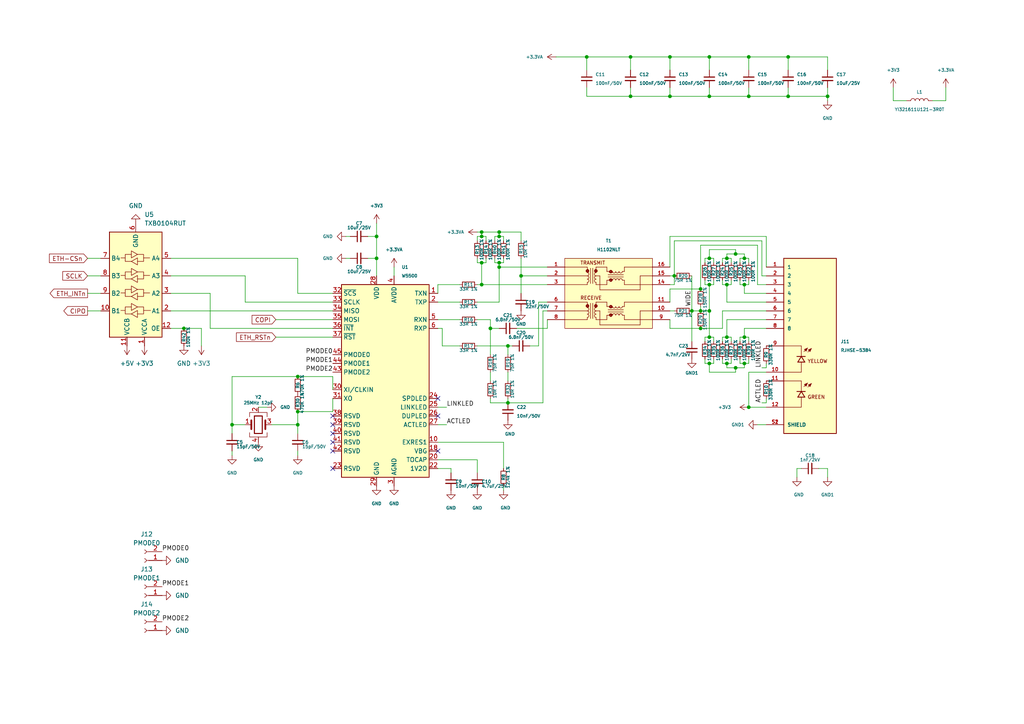
<source format=kicad_sch>
(kicad_sch (version 20230121) (generator eeschema)
  (paper "A4")
  (junction (at 67.31 123.19))
  (junction (at 215.9 74.93))
  (junction (at 210.82 82.55))
  (junction (at 205.74 16.51))
  (junction (at 213.36 73.66))
  (junction (at 147.32 100.33))
  (junction (at 86.36 119.38))
  (junction (at 194.31 27.94))
  (junction (at 240.03 27.94))
  (junction (at 213.36 106.68))
  (junction (at 144.78 68.58))
  (junction (at 144.78 77.47))
  (junction (at 151.13 80.01))
  (junction (at 147.32 116.84))
  (junction (at 86.36 123.19))
  (junction (at 195.58 80.01))
  (junction (at 228.6 27.94))
  (junction (at 215.9 105.41))
  (junction (at 210.82 105.41))
  (junction (at 203.2 83.82))
  (junction (at 109.22 68.58))
  (junction (at 205.74 82.55))
  (junction (at 205.74 105.41))
  (junction (at 217.17 118.11))
  (junction (at 205.74 90.17))
  (junction (at 217.17 27.94))
  (junction (at 228.6 16.51))
  (junction (at 203.2 90.17))
  (junction (at 182.88 16.51))
  (junction (at 182.88 27.94))
  (junction (at 203.2 95.25))
  (junction (at 210.82 97.79))
  (junction (at 139.7 82.55))
  (junction (at 215.9 97.79))
  (junction (at 139.7 68.58))
  (junction (at 139.7 76.2))
  (junction (at 210.82 74.93))
  (junction (at 217.17 16.51))
  (junction (at 205.74 27.94))
  (junction (at 194.31 16.51))
  (junction (at 144.78 76.2))
  (junction (at 215.9 82.55))
  (junction (at 144.78 67.31))
  (junction (at 170.18 16.51))
  (junction (at 205.74 97.79))
  (junction (at 142.24 95.25))
  (junction (at 205.74 74.93))
  (junction (at 200.66 90.17))
  (junction (at 53.34 95.25))
  (junction (at 109.22 74.93))
  (junction (at 86.36 109.22))
  (junction (at 139.7 67.31))
  (no_connect (at 127 130.81))
  (no_connect (at 96.52 125.73))
  (no_connect (at 127 120.65))
  (no_connect (at 96.52 123.19))
  (no_connect (at 96.52 128.27))
  (no_connect (at 127 115.57))
  (no_connect (at 96.52 120.65))
  (no_connect (at 96.52 130.81))
  (no_connect (at 96.52 135.89))
  (wire (pts (xy 143.51 76.2) (xy 144.78 76.2)))
  (wire (pts (xy 156.21 100.33) (xy 156.21 87.63)))
  (wire (pts (xy 215.9 74.93) (xy 217.17 74.93)))
  (wire (pts (xy 214.63 105.41) (xy 215.9 105.41)))
  (wire (pts (xy 127 92.71) (xy 133.35 92.71)))
  (wire (pts (xy 96.52 113.03) (xy 96.52 109.22)))
  (wire (pts (xy 214.63 104.14) (xy 214.63 105.41)))
  (wire (pts (xy 213.36 106.68) (xy 213.36 107.95)))
  (wire (pts (xy 158.75 90.17) (xy 157.48 90.17)))
  (wire (pts (xy 215.9 85.09) (xy 215.9 82.55)))
  (wire (pts (xy 205.74 25.4) (xy 205.74 27.94)))
  (wire (pts (xy 140.97 68.58) (xy 140.97 69.85)))
  (wire (pts (xy 204.47 81.28) (xy 204.47 82.55)))
  (wire (pts (xy 143.51 74.93) (xy 143.51 76.2)))
  (wire (pts (xy 205.74 107.95) (xy 205.74 105.41)))
  (wire (pts (xy 106.68 74.93) (xy 109.22 74.93)))
  (wire (pts (xy 194.31 27.94) (xy 205.74 27.94)))
  (wire (pts (xy 127 95.25) (xy 128.27 95.25)))
  (wire (pts (xy 139.7 76.2) (xy 139.7 82.55)))
  (wire (pts (xy 212.09 97.79) (xy 212.09 99.06)))
  (wire (pts (xy 100.33 74.93) (xy 101.6 74.93)))
  (wire (pts (xy 205.74 97.79) (xy 207.01 97.79)))
  (wire (pts (xy 217.17 16.51) (xy 217.17 20.32)))
  (wire (pts (xy 194.31 90.17) (xy 195.58 90.17)))
  (wire (pts (xy 214.63 76.2) (xy 214.63 74.93)))
  (wire (pts (xy 215.9 73.66) (xy 213.36 73.66)))
  (wire (pts (xy 151.13 80.01) (xy 158.75 80.01)))
  (wire (pts (xy 138.43 68.58) (xy 139.7 68.58)))
  (wire (pts (xy 80.01 92.71) (xy 96.52 92.71)))
  (wire (pts (xy 25.4 90.17) (xy 29.21 90.17)))
  (wire (pts (xy 210.82 74.93) (xy 212.09 74.93)))
  (wire (pts (xy 217.17 74.93) (xy 217.17 76.2)))
  (wire (pts (xy 209.55 99.06) (xy 209.55 97.79)))
  (wire (pts (xy 204.47 99.06) (xy 204.47 97.79)))
  (wire (pts (xy 144.78 87.63) (xy 144.78 77.47)))
  (wire (pts (xy 217.17 105.41) (xy 217.17 104.14)))
  (wire (pts (xy 274.32 25.4) (xy 274.32 29.21)))
  (wire (pts (xy 209.55 74.93) (xy 210.82 74.93)))
  (wire (pts (xy 147.32 100.33) (xy 148.59 100.33)))
  (wire (pts (xy 222.25 116.84) (xy 222.25 115.57)))
  (wire (pts (xy 147.32 116.84) (xy 142.24 116.84)))
  (wire (pts (xy 213.36 73.66) (xy 210.82 73.66)))
  (wire (pts (xy 138.43 87.63) (xy 144.78 87.63)))
  (wire (pts (xy 138.43 92.71) (xy 142.24 92.71)))
  (wire (pts (xy 237.49 135.89) (xy 240.03 135.89)))
  (wire (pts (xy 205.74 72.39) (xy 205.74 74.93)))
  (wire (pts (xy 86.36 74.93) (xy 86.36 85.09)))
  (wire (pts (xy 200.66 90.17) (xy 200.66 99.06)))
  (wire (pts (xy 228.6 25.4) (xy 228.6 27.94)))
  (wire (pts (xy 58.42 100.33) (xy 58.42 95.25)))
  (wire (pts (xy 203.2 88.9) (xy 203.2 90.17)))
  (wire (pts (xy 158.75 95.25) (xy 158.75 92.71)))
  (wire (pts (xy 203.2 90.17) (xy 205.74 90.17)))
  (wire (pts (xy 210.82 92.71) (xy 210.82 97.79)))
  (wire (pts (xy 222.25 92.71) (xy 210.82 92.71)))
  (wire (pts (xy 215.9 85.09) (xy 222.25 85.09)))
  (wire (pts (xy 222.25 87.63) (xy 210.82 87.63)))
  (wire (pts (xy 222.25 68.58) (xy 194.31 68.58)))
  (wire (pts (xy 140.97 76.2) (xy 140.97 74.93)))
  (wire (pts (xy 231.14 135.89) (xy 232.41 135.89)))
  (wire (pts (xy 142.24 95.25) (xy 144.78 95.25)))
  (wire (pts (xy 209.55 105.41) (xy 210.82 105.41)))
  (wire (pts (xy 67.31 130.81) (xy 67.31 132.08)))
  (wire (pts (xy 139.7 76.2) (xy 140.97 76.2)))
  (wire (pts (xy 194.31 92.71) (xy 194.31 95.25)))
  (wire (pts (xy 80.01 97.79) (xy 96.52 97.79)))
  (wire (pts (xy 138.43 133.35) (xy 138.43 137.16)))
  (wire (pts (xy 96.52 109.22) (xy 86.36 109.22)))
  (wire (pts (xy 151.13 74.93) (xy 151.13 80.01)))
  (wire (pts (xy 146.05 68.58) (xy 146.05 69.85)))
  (wire (pts (xy 127 133.35) (xy 138.43 133.35)))
  (wire (pts (xy 220.98 106.68) (xy 222.25 106.68)))
  (wire (pts (xy 130.81 135.89) (xy 130.81 137.16)))
  (wire (pts (xy 217.17 107.95) (xy 222.25 107.95)))
  (wire (pts (xy 170.18 16.51) (xy 182.88 16.51)))
  (wire (pts (xy 170.18 27.94) (xy 182.88 27.94)))
  (wire (pts (xy 139.7 82.55) (xy 158.75 82.55)))
  (wire (pts (xy 213.36 72.39) (xy 205.74 72.39)))
  (wire (pts (xy 71.12 80.01) (xy 49.53 80.01)))
  (wire (pts (xy 205.74 82.55) (xy 207.01 82.55)))
  (wire (pts (xy 49.53 74.93) (xy 86.36 74.93)))
  (wire (pts (xy 200.66 90.17) (xy 203.2 90.17)))
  (wire (pts (xy 209.55 81.28) (xy 209.55 82.55)))
  (wire (pts (xy 194.31 82.55) (xy 195.58 82.55)))
  (wire (pts (xy 212.09 82.55) (xy 212.09 81.28)))
  (wire (pts (xy 203.2 71.12) (xy 219.71 71.12)))
  (wire (pts (xy 143.51 68.58) (xy 144.78 68.58)))
  (wire (pts (xy 49.53 95.25) (xy 53.34 95.25)))
  (wire (pts (xy 219.71 82.55) (xy 222.25 82.55)))
  (wire (pts (xy 200.66 80.01) (xy 200.66 90.17)))
  (wire (pts (xy 144.78 76.2) (xy 146.05 76.2)))
  (wire (pts (xy 67.31 123.19) (xy 67.31 125.73)))
  (wire (pts (xy 217.17 16.51) (xy 228.6 16.51)))
  (wire (pts (xy 127 118.11) (xy 129.54 118.11)))
  (wire (pts (xy 77.47 118.11) (xy 74.93 118.11)))
  (wire (pts (xy 109.22 64.77) (xy 109.22 68.58)))
  (wire (pts (xy 142.24 116.84) (xy 142.24 115.57)))
  (wire (pts (xy 146.05 76.2) (xy 146.05 74.93)))
  (wire (pts (xy 217.17 25.4) (xy 217.17 27.94)))
  (wire (pts (xy 203.2 95.25) (xy 209.55 95.25)))
  (wire (pts (xy 210.82 106.68) (xy 210.82 105.41)))
  (wire (pts (xy 222.25 90.17) (xy 209.55 90.17)))
  (wire (pts (xy 219.71 71.12) (xy 219.71 82.55)))
  (wire (pts (xy 109.22 74.93) (xy 109.22 80.01)))
  (wire (pts (xy 146.05 128.27) (xy 127 128.27)))
  (wire (pts (xy 151.13 80.01) (xy 151.13 85.09)))
  (wire (pts (xy 96.52 119.38) (xy 96.52 115.57)))
  (wire (pts (xy 100.33 68.58) (xy 101.6 68.58)))
  (wire (pts (xy 207.01 82.55) (xy 207.01 81.28)))
  (wire (pts (xy 204.47 105.41) (xy 205.74 105.41)))
  (wire (pts (xy 210.82 105.41) (xy 212.09 105.41)))
  (wire (pts (xy 214.63 82.55) (xy 215.9 82.55)))
  (wire (pts (xy 127 123.19) (xy 129.54 123.19)))
  (wire (pts (xy 138.43 100.33) (xy 147.32 100.33)))
  (wire (pts (xy 67.31 109.22) (xy 86.36 109.22)))
  (wire (pts (xy 71.12 87.63) (xy 71.12 80.01)))
  (wire (pts (xy 222.25 95.25) (xy 215.9 95.25)))
  (wire (pts (xy 215.9 82.55) (xy 217.17 82.55)))
  (wire (pts (xy 78.74 123.19) (xy 86.36 123.19)))
  (wire (pts (xy 147.32 116.84) (xy 157.48 116.84)))
  (wire (pts (xy 214.63 97.79) (xy 215.9 97.79)))
  (wire (pts (xy 259.08 29.21) (xy 262.89 29.21)))
  (wire (pts (xy 204.47 74.93) (xy 205.74 74.93)))
  (wire (pts (xy 144.78 67.31) (xy 144.78 68.58)))
  (wire (pts (xy 182.88 16.51) (xy 182.88 20.32)))
  (wire (pts (xy 170.18 16.51) (xy 170.18 20.32)))
  (wire (pts (xy 195.58 80.01) (xy 195.58 69.85)))
  (wire (pts (xy 209.55 104.14) (xy 209.55 105.41)))
  (wire (pts (xy 139.7 67.31) (xy 144.78 67.31)))
  (wire (pts (xy 228.6 16.51) (xy 240.03 16.51)))
  (wire (pts (xy 210.82 87.63) (xy 210.82 82.55)))
  (wire (pts (xy 215.9 95.25) (xy 215.9 97.79)))
  (wire (pts (xy 60.96 85.09) (xy 49.53 85.09)))
  (wire (pts (xy 138.43 69.85) (xy 138.43 68.58)))
  (wire (pts (xy 207.01 97.79) (xy 207.01 99.06)))
  (wire (pts (xy 205.74 27.94) (xy 217.17 27.94)))
  (wire (pts (xy 194.31 16.51) (xy 194.31 20.32)))
  (wire (pts (xy 228.6 27.94) (xy 240.03 27.94)))
  (wire (pts (xy 25.4 74.93) (xy 29.21 74.93)))
  (wire (pts (xy 214.63 81.28) (xy 214.63 82.55)))
  (wire (pts (xy 274.32 29.21) (xy 270.51 29.21)))
  (wire (pts (xy 86.36 123.19) (xy 86.36 125.73)))
  (wire (pts (xy 153.67 100.33) (xy 156.21 100.33)))
  (wire (pts (xy 138.43 76.2) (xy 139.7 76.2)))
  (wire (pts (xy 214.63 74.93) (xy 215.9 74.93)))
  (wire (pts (xy 86.36 85.09) (xy 96.52 85.09)))
  (wire (pts (xy 127 82.55) (xy 133.35 82.55)))
  (wire (pts (xy 144.78 67.31) (xy 151.13 67.31)))
  (wire (pts (xy 204.47 76.2) (xy 204.47 74.93)))
  (wire (pts (xy 210.82 82.55) (xy 212.09 82.55)))
  (wire (pts (xy 67.31 109.22) (xy 67.31 123.19)))
  (wire (pts (xy 138.43 82.55) (xy 139.7 82.55)))
  (wire (pts (xy 49.53 90.17) (xy 96.52 90.17)))
  (wire (pts (xy 147.32 110.49) (xy 147.32 107.95)))
  (wire (pts (xy 213.36 107.95) (xy 205.74 107.95)))
  (wire (pts (xy 151.13 67.31) (xy 151.13 69.85)))
  (wire (pts (xy 194.31 80.01) (xy 195.58 80.01)))
  (wire (pts (xy 210.82 73.66) (xy 210.82 74.93)))
  (wire (pts (xy 220.98 80.01) (xy 222.25 80.01)))
  (wire (pts (xy 109.22 68.58) (xy 109.22 74.93)))
  (wire (pts (xy 142.24 110.49) (xy 142.24 107.95)))
  (wire (pts (xy 209.55 82.55) (xy 210.82 82.55)))
  (wire (pts (xy 146.05 128.27) (xy 146.05 135.89)))
  (wire (pts (xy 147.32 115.57) (xy 147.32 116.84)))
  (wire (pts (xy 207.01 105.41) (xy 207.01 104.14)))
  (wire (pts (xy 207.01 74.93) (xy 207.01 76.2)))
  (wire (pts (xy 71.12 87.63) (xy 96.52 87.63)))
  (wire (pts (xy 142.24 95.25) (xy 142.24 102.87)))
  (wire (pts (xy 149.86 95.25) (xy 158.75 95.25)))
  (wire (pts (xy 144.78 68.58) (xy 146.05 68.58)))
  (wire (pts (xy 128.27 95.25) (xy 128.27 100.33)))
  (wire (pts (xy 106.68 68.58) (xy 109.22 68.58)))
  (wire (pts (xy 67.31 123.19) (xy 71.12 123.19)))
  (wire (pts (xy 222.25 106.68) (xy 222.25 105.41)))
  (wire (pts (xy 204.47 97.79) (xy 205.74 97.79)))
  (wire (pts (xy 114.3 80.01) (xy 114.3 77.47)))
  (wire (pts (xy 203.2 83.82) (xy 203.2 71.12)))
  (wire (pts (xy 127 85.09) (xy 127 82.55)))
  (wire (pts (xy 240.03 135.89) (xy 240.03 138.43)))
  (wire (pts (xy 25.4 80.01) (xy 29.21 80.01)))
  (wire (pts (xy 215.9 106.68) (xy 213.36 106.68)))
  (wire (pts (xy 214.63 99.06) (xy 214.63 97.79)))
  (wire (pts (xy 147.32 100.33) (xy 147.32 102.87)))
  (wire (pts (xy 205.74 105.41) (xy 207.01 105.41)))
  (wire (pts (xy 205.74 90.17) (xy 205.74 97.79)))
  (wire (pts (xy 204.47 82.55) (xy 205.74 82.55)))
  (wire (pts (xy 204.47 104.14) (xy 204.47 105.41)))
  (wire (pts (xy 195.58 82.55) (xy 195.58 80.01)))
  (wire (pts (xy 86.36 123.19) (xy 86.36 119.38)))
  (wire (pts (xy 143.51 69.85) (xy 143.51 68.58)))
  (wire (pts (xy 215.9 97.79) (xy 217.17 97.79)))
  (wire (pts (xy 220.98 116.84) (xy 222.25 116.84)))
  (wire (pts (xy 240.03 27.94) (xy 240.03 29.21)))
  (wire (pts (xy 138.43 74.93) (xy 138.43 76.2)))
  (wire (pts (xy 205.74 82.55) (xy 205.74 90.17)))
  (wire (pts (xy 240.03 27.94) (xy 240.03 25.4)))
  (wire (pts (xy 86.36 119.38) (xy 96.52 119.38)))
  (wire (pts (xy 217.17 118.11) (xy 222.25 118.11)))
  (wire (pts (xy 138.43 67.31) (xy 139.7 67.31)))
  (wire (pts (xy 215.9 105.41) (xy 217.17 105.41)))
  (wire (pts (xy 127 135.89) (xy 130.81 135.89)))
  (wire (pts (xy 195.58 69.85) (xy 220.98 69.85)))
  (wire (pts (xy 139.7 68.58) (xy 140.97 68.58)))
  (wire (pts (xy 209.55 97.79) (xy 210.82 97.79)))
  (wire (pts (xy 194.31 95.25) (xy 203.2 95.25)))
  (wire (pts (xy 128.27 100.33) (xy 133.35 100.33)))
  (wire (pts (xy 259.08 25.4) (xy 259.08 29.21)))
  (wire (pts (xy 194.31 87.63) (xy 194.31 83.82)))
  (wire (pts (xy 215.9 105.41) (xy 215.9 106.68)))
  (wire (pts (xy 182.88 27.94) (xy 194.31 27.94)))
  (wire (pts (xy 25.4 85.09) (xy 29.21 85.09)))
  (wire (pts (xy 146.05 140.97) (xy 146.05 142.24)))
  (wire (pts (xy 58.42 95.25) (xy 53.34 95.25)))
  (wire (pts (xy 157.48 90.17) (xy 157.48 116.84)))
  (wire (pts (xy 142.24 92.71) (xy 142.24 95.25)))
  (wire (pts (xy 144.78 77.47) (xy 158.75 77.47)))
  (wire (pts (xy 86.36 130.81) (xy 86.36 132.08)))
  (wire (pts (xy 231.14 138.43) (xy 231.14 135.89)))
  (wire (pts (xy 209.55 90.17) (xy 209.55 95.25)))
  (wire (pts (xy 213.36 106.68) (xy 210.82 106.68)))
  (wire (pts (xy 217.17 82.55) (xy 217.17 81.28)))
  (wire (pts (xy 194.31 25.4) (xy 194.31 27.94)))
  (wire (pts (xy 194.31 83.82) (xy 203.2 83.82)))
  (wire (pts (xy 217.17 27.94) (xy 228.6 27.94)))
  (wire (pts (xy 182.88 16.51) (xy 194.31 16.51)))
  (wire (pts (xy 96.52 95.25) (xy 60.96 95.25)))
  (wire (pts (xy 161.29 16.51) (xy 170.18 16.51)))
  (wire (pts (xy 217.17 97.79) (xy 217.17 99.06)))
  (wire (pts (xy 205.74 74.93) (xy 207.01 74.93)))
  (wire (pts (xy 144.78 76.2) (xy 144.78 77.47)))
  (wire (pts (xy 217.17 107.95) (xy 217.17 118.11)))
  (wire (pts (xy 156.21 87.63) (xy 158.75 87.63)))
  (wire (pts (xy 139.7 67.31) (xy 139.7 68.58)))
  (wire (pts (xy 194.31 16.51) (xy 205.74 16.51)))
  (wire (pts (xy 240.03 20.32) (xy 240.03 16.51)))
  (wire (pts (xy 205.74 16.51) (xy 217.17 16.51)))
  (wire (pts (xy 212.09 74.93) (xy 212.09 76.2)))
  (wire (pts (xy 212.09 105.41) (xy 212.09 104.14)))
  (wire (pts (xy 127 87.63) (xy 133.35 87.63)))
  (wire (pts (xy 228.6 16.51) (xy 228.6 20.32)))
  (wire (pts (xy 182.88 25.4) (xy 182.88 27.94)))
  (wire (pts (xy 194.31 68.58) (xy 194.31 77.47)))
  (wire (pts (xy 213.36 73.66) (xy 213.36 72.39)))
  (wire (pts (xy 60.96 95.25) (xy 60.96 85.09)))
  (wire (pts (xy 220.98 69.85) (xy 220.98 80.01)))
  (wire (pts (xy 170.18 25.4) (xy 170.18 27.94)))
  (wire (pts (xy 205.74 16.51) (xy 205.74 20.32)))
  (wire (pts (xy 219.71 123.19) (xy 222.25 123.19)))
  (wire (pts (xy 209.55 76.2) (xy 209.55 74.93)))
  (wire (pts (xy 222.25 77.47) (xy 222.25 68.58)))
  (wire (pts (xy 210.82 97.79) (xy 212.09 97.79)))
  (wire (pts (xy 215.9 74.93) (xy 215.9 73.66)))
  (label "PMODE2" (at 96.52 107.95 180))
  (label "LINKLED" (at 220.98 106.68 90))
  (label "PMODE0" (at 46.99 160.02 0))
  (label "LINKLED" (at 129.54 118.11 0))
  (label "ACTLED" (at 129.54 123.19 0))
  (label "ACTLED" (at 220.98 116.84 90))
  (label "PMODE1" (at 96.52 105.41 180))
  (label "PMODE2" (at 46.99 180.34 0))
  (label "PMODE0" (at 96.52 102.87 180))
  (label "WIDE" (at 200.66 88.9 90))
  (label "PMODE1" (at 46.99 170.18 0))
  (global_label "CIPO" (shape output) (at 25.4 90.17 180) (property "Intersheetrefs" "${INTERSHEET_REFS}" (effects hide)))
  (global_label "ETH_RSTn" (shape input) (at 80.01 97.79 180) (property "Intersheetrefs" "${INTERSHEET_REFS}" (effects hide)))
  (global_label "COPI" (shape input) (at 80.01 92.71 180) (property "Intersheetrefs" "${INTERSHEET_REFS}" (effects hide)))
  (global_label "SCLK" (shape input) (at 25.4 80.01 180) (property "Intersheetrefs" "${INTERSHEET_REFS}" (effects hide)))
  (global_label "ETH_INTn" (shape output) (at 25.4 85.09 180) (property "Intersheetrefs" "${INTERSHEET_REFS}" (effects hide)))
  (global_label "ETH-CSn" (shape input) (at 25.4 74.93 180) (property "Intersheetrefs" "${INTERSHEET_REFS}" (effects hide)))
  (symbol (lib_id "Device:R_Small") (at 209.55 78.74 180) (unit 1)
    (property "Reference" "R24" (at 209.55 78.74 90) (effects (font (size 0.9 0.9))))
    (property "Value" "100R 1%" (at 210.82 78.74 90) (effects (font (size 0.9 0.9))))
    (property "Footprint" "Resistor_SMD:R_0805_2012Metric" (effects hide))
    (property "LCSC" "C17408" (effects hide))
  )
  (symbol (lib_id "Device:C_Small") (at 86.36 128.27 0) (unit 1)
    (property "Reference" "C6" (at 87.63 128.2637 0) (effects (font (size 0.9 0.9)) (justify left)))
    (property "Value" "15pF/50V" (at 87.63 129.54 0) (effects (font (size 0.9 0.9)) (justify left)))
    (property "Footprint" "Capacitor_SMD:C_0603_1608Metric" (effects hide))
    (property "LCSC" "C1644" (effects hide))
  )
  (symbol (lib_id "Device:R_Small") (at 53.34 97.79 180) (unit 1)
    (property "Reference" "R42" (at 53.34 97.79 90) (effects (font (size 0.9 0.9))))
    (property "Value" "100k 1%" (at 54.61 97.79 90) (effects (font (size 0.9 0.9))))
    (property "Footprint" "Resistor_SMD:R_0603_1608Metric" (effects hide))
    (property "LCSC" "C25803" (effects hide))
  )
  (symbol (lib_id "power:GND") (at 147.32 121.92 0) (unit 1)
    (property "Reference" "#PWR054" (effects hide))
    (property "Value" "GND" (at 149.3437 125.8693 0) (effects (font (size 0.9 0.9)) (justify right)))
  )
  (symbol (lib_id "Device:C_Small") (at 182.88 22.86 0) (unit 1)
    (property "Reference" "C12" (at 185.42 21.5963 0) (effects (font (size 0.9 0.9)) (justify left)))
    (property "Value" "100nF/50V" (at 185.42 24.1363 0) (effects (font (size 0.9 0.9)) (justify left)))
    (property "Footprint" "Capacitor_SMD:C_1206_3216Metric" (effects hide))
    (property "LCSC" "C24497" (effects hide))
  )
  (symbol (lib_id "Device:R_Small") (at 204.47 78.74 180) (unit 1)
    (property "Reference" "R26" (at 204.47 78.74 90) (effects (font (size 0.9 0.9))))
    (property "Value" "100R 1%" (at 205.74 78.74 90) (effects (font (size 0.9 0.9))))
    (property "Footprint" "Resistor_SMD:R_0805_2012Metric" (effects hide))
    (property "LCSC" "C17408" (effects hide))
  )
  (symbol (lib_id "power:+3.3VA") (at 161.29 16.51 90) (unit 1)
    (property "Reference" "#PWR045" (effects hide))
    (property "Value" "+3.3VA" (at 157.48 16.51 90) (effects (font (size 0.9 0.9)) (justify left)))
  )
  (symbol (lib_id "Device:R_Small") (at 214.63 78.74 180) (unit 1)
    (property "Reference" "R23" (at 214.63 78.74 90) (effects (font (size 0.9 0.9))))
    (property "Value" "100R 1%" (at 215.9 78.74 90) (effects (font (size 0.9 0.9))))
    (property "Footprint" "Resistor_SMD:R_0805_2012Metric" (effects hide))
    (property "LCSC" "C17408" (effects hide))
  )
  (symbol (lib_id "Device:C_Small") (at 217.17 22.86 0) (unit 1)
    (property "Reference" "C15" (at 219.71 21.5963 0) (effects (font (size 0.9 0.9)) (justify left)))
    (property "Value" "100nF/50V" (at 219.71 24.1363 0) (effects (font (size 0.9 0.9)) (justify left)))
    (property "Footprint" "Capacitor_SMD:C_1206_3216Metric" (effects hide))
    (property "LCSC" "C24497" (effects hide))
  )
  (symbol (lib_id "power:GND") (at 109.22 140.97 0) (unit 1)
    (property "Reference" "#PWR041" (effects hide))
    (property "Value" "GND" (at 109.22 146.05 0) (effects (font (size 0.9 0.9))))
  )
  (symbol (lib_id "Device:C_Small") (at 234.95 135.89 90) (unit 1)
    (property "Reference" "C18" (at 234.9437 132.08 90) (effects (font (size 0.9 0.9))))
    (property "Value" "1nF/2kV" (at 234.95 133.35 90) (effects (font (size 0.9 0.9))))
    (property "Footprint" "Capacitor_SMD:C_1206_3216Metric" (effects hide))
    (property "LCSC" "C9196" (effects hide))
  )
  (symbol (lib_id "power:GND") (at 240.03 29.21 0) (unit 1)
    (property "Reference" "#PWR044" (effects hide))
    (property "Value" "GND" (at 240.03 34.29 0) (effects (font (size 0.9 0.9))))
  )
  (symbol (lib_id "power:+3V3") (at 259.08 25.4 0) (unit 1)
    (property "Reference" "#PWR046" (effects hide))
    (property "Value" "+3V3" (at 259.08 20.32 0) (effects (font (size 0.9 0.9))))
  )
  (symbol (lib_id "power:GND") (at 100.33 68.58 270) (unit 1)
    (property "Reference" "#PWR037" (effects hide))
    (property "Value" "GND" (at 96.52 68.58 90) (effects (font (size 0.9 0.9)) (justify right)))
  )
  (symbol (lib_id "Device:R_Small") (at 138.43 72.39 180) (unit 1)
    (property "Reference" "R13" (at 138.43 72.39 90) (effects (font (size 0.9 0.9))))
    (property "Value" "100R 1%" (at 139.7 72.39 90) (effects (font (size 0.9 0.9))))
    (property "Footprint" "Resistor_SMD:R_0805_2012Metric" (effects hide))
    (property "LCSC" "C17408" (effects hide))
  )
  (symbol (lib_id "RJHSE-5384:RJHSE-5384") (at 234.95 100.33 0) (unit 1)
    (property "Reference" "J11" (at 243.84 99.06 0) (effects (font (size 0.9 0.9)) (justify left)))
    (property "Value" "RJHSE-5384" (at 243.84 101.6 0) (effects (font (size 0.9 0.9)) (justify left)))
    (property "Footprint" "RJHSE-5384:AMPHENOL_RJHSE-5384" (effects hide))
    (property "MF" "Amphenol ICC" (effects hide))
    (property "MAXIMUM_PACKAGE_HEIGHT" "13.46mm" (effects hide))
    (property "Package" "None" (effects hide))
    (property "Price" "None" (effects hide))
    (property "Check_prices" "https://www.snapeda.com/parts/RJHSE-5384/Amphenol+FCI/view-part/?ref=eda" (effects hide))
    (property "STANDARD" "Manufacturer Recommendations" (effects hide))
    (property "PARTREV" "E" (effects hide))
    (property "SnapEDA_Link" "https://www.snapeda.com/parts/RJHSE-5384/Amphenol+FCI/view-part/?ref=snap" (effects hide))
    (property "MP" "RJHSE-5384" (effects hide))
    (property "Description" "\nconnector, mod jack,rt angle pcb,shielded,led1-n,led2-n,single port,rj-45 | Amphenol Commercial (Amphenol CS) RJHSE-5384\n" (effects hide))
    (property "MANUFACTURER" "Amphenol" (effects hide))
    (property "Availability" "In Stock" (effects hide))
    (property "SNAPEDA_PN" "RJHSE-5384" (effects hide))
    (property "LCSC" "C464587" (effects hide))
  )
  (symbol (lib_id "Device:C_Small") (at 67.31 128.27 0) (unit 1)
    (property "Reference" "C5" (at 68.58 128.27 0) (effects (font (size 0.9 0.9)) (justify left)))
    (property "Value" "15pF/50V" (at 68.58 129.5337 0) (effects (font (size 0.9 0.9)) (justify left)))
    (property "Footprint" "Capacitor_SMD:C_0603_1608Metric" (effects hide))
    (property "LCSC" "C1644" (effects hide))
  )
  (symbol (lib_id "Device:R_Small") (at 212.09 78.74 180) (unit 1)
    (property "Reference" "R25" (at 212.09 78.74 90) (effects (font (size 0.9 0.9))))
    (property "Value" "100R 1%" (at 213.36 78.74 90) (effects (font (size 0.9 0.9))))
    (property "Footprint" "Resistor_SMD:R_0805_2012Metric" (effects hide))
    (property "LCSC" "C17408" (effects hide))
  )
  (symbol (lib_id "Device:C_Small") (at 147.32 95.25 90) (unit 1)
    (property "Reference" "C21" (at 147.3137 91.44 90) (effects (font (size 0.9 0.9))))
    (property "Value" "6.8nF/50V" (at 147.32 92.71 90) (effects (font (size 0.9 0.9))))
    (property "Footprint" "Capacitor_SMD:C_0603_1608Metric" (effects hide))
    (property "LCSC" "C1631" (effects hide))
  )
  (symbol (lib_id "Device:R_Small") (at 214.63 101.6 180) (unit 1)
    (property "Reference" "R38" (at 214.63 101.6 90) (effects (font (size 0.9 0.9))))
    (property "Value" "100R 1%" (at 215.9 101.6 90) (effects (font (size 0.9 0.9))))
    (property "Footprint" "Resistor_SMD:R_0805_2012Metric" (effects hide))
    (property "LCSC" "C17408" (effects hide))
  )
  (symbol (lib_id "power:+3V3") (at 41.91 100.33 180) (unit 1)
    (property "Reference" "#PWR067" (effects hide))
    (property "Value" "+3V3" (at 41.91 105.41 0))
  )
  (symbol (lib_id "Device:R_Small") (at 207.01 78.74 180) (unit 1)
    (property "Reference" "R27" (at 207.01 78.74 90) (effects (font (size 0.9 0.9))))
    (property "Value" "100R 1%" (at 208.28 78.74 90) (effects (font (size 0.9 0.9))))
    (property "Footprint" "Resistor_SMD:R_0805_2012Metric" (effects hide))
    (property "LCSC" "C17408" (effects hide))
  )
  (symbol (lib_id "power:GND") (at 67.31 132.08 0) (unit 1)
    (property "Reference" "#PWR033" (effects hide))
    (property "Value" "GND" (at 67.31 137.16 0) (effects (font (size 0.9 0.9))))
  )
  (symbol (lib_id "Device:R_Small") (at 204.47 101.6 180) (unit 1)
    (property "Reference" "R34" (at 204.47 101.6 90) (effects (font (size 0.9 0.9))))
    (property "Value" "100R 1%" (at 205.74 101.6 90) (effects (font (size 0.9 0.9))))
    (property "Footprint" "Resistor_SMD:R_0805_2012Metric" (effects hide))
    (property "LCSC" "C17408" (effects hide))
  )
  (symbol (lib_id "Device:R_Small") (at 146.05 138.43 0) (unit 1)
    (property "Reference" "R8" (at 146.05 138.43 90) (effects (font (size 0.9 0.9))))
    (property "Value" "12.4k 1%" (at 147.32 138.43 90) (effects (font (size 0.9 0.9))))
    (property "Footprint" "Resistor_SMD:R_1206_3216Metric" (effects hide))
    (property "LCSC" "C322840" (effects hide))
  )
  (symbol (lib_id "Device:R_Small") (at 147.32 113.03 0) (unit 1)
    (property "Reference" "R32" (at 147.32 114.3 90) (effects (font (size 0.9 0.9)) (justify left)))
    (property "Value" "10R 1%" (at 148.59 115.57 90) (effects (font (size 0.9 0.9)) (justify left)))
    (property "Footprint" "Resistor_SMD:R_1206_3216Metric" (effects hide))
    (property "LCSC" "C17903" (effects hide))
  )
  (symbol (lib_id "Device:R_Small") (at 146.05 72.39 180) (unit 1)
    (property "Reference" "R41" (at 146.05 72.39 90) (effects (font (size 0.9 0.9))))
    (property "Value" "100R 1%" (at 147.32 72.39 90) (effects (font (size 0.9 0.9))))
    (property "Footprint" "Resistor_SMD:R_0805_2012Metric" (effects hide))
    (property "LCSC" "C17408" (effects hide))
  )
  (symbol (lib_id "power:GND") (at 100.33 74.93 270) (unit 1)
    (property "Reference" "#PWR036" (effects hide))
    (property "Value" "GND" (at 96.52 74.93 90) (effects (font (size 0.9 0.9)) (justify right)))
  )
  (symbol (lib_id "power:GND") (at 130.81 142.24 0) (unit 1)
    (property "Reference" "#PWR038" (effects hide))
    (property "Value" "GND" (at 130.81 147.32 0) (effects (font (size 0.9 0.9))))
  )
  (symbol (lib_id "power:GND1") (at 200.66 104.14 0) (unit 1)
    (property "Reference" "#PWR055" (effects hide))
    (property "Value" "GND1" (at 200.6541 108.172 0) (effects (font (size 0.9 0.9))))
  )
  (symbol (lib_id "Device:C_Small") (at 170.18 22.86 0) (unit 1)
    (property "Reference" "C11" (at 172.72 21.5963 0) (effects (font (size 0.9 0.9)) (justify left)))
    (property "Value" "100nF/50V" (at 172.72 24.1363 0) (effects (font (size 0.9 0.9)) (justify left)))
    (property "Footprint" "Capacitor_SMD:C_1206_3216Metric" (effects hide))
    (property "LCSC" "C24497" (effects hide))
  )
  (symbol (lib_id "power:+3V3") (at 217.17 118.11 90) (unit 1)
    (property "Reference" "#PWR048" (effects hide))
    (property "Value" "+3V3" (at 208.28 118.11 90) (effects (font (size 0.9 0.9)) (justify right)))
  )
  (symbol (lib_id "Connector:Conn_01x02_Socket") (at 41.91 172.72 180) (unit 1)
    (property "Reference" "J13" (at 42.545 165.1 0))
    (property "Value" "PMODE1" (at 42.545 167.64 0))
    (property "Footprint" "Connector_PinHeader_2.54mm:PinHeader_1x02_P2.54mm_Vertical" (effects hide))
  )
  (symbol (lib_id "Device:C_Small") (at 205.74 22.86 0) (unit 1)
    (property "Reference" "C14" (at 208.28 21.5963 0) (effects (font (size 0.9 0.9)) (justify left)))
    (property "Value" "100nF/50V" (at 208.28 24.1363 0) (effects (font (size 0.9 0.9)) (justify left)))
    (property "Footprint" "Capacitor_SMD:C_1206_3216Metric" (effects hide))
    (property "LCSC" "C24497" (effects hide))
  )
  (symbol (lib_id "Device:C_Small") (at 151.13 100.33 90) (unit 1)
    (property "Reference" "C20" (at 151.1237 96.52 90) (effects (font (size 0.9 0.9))))
    (property "Value" "6.8nF/50V" (at 151.13 97.79 90) (effects (font (size 0.9 0.9))))
    (property "Footprint" "Capacitor_SMD:C_0603_1608Metric" (effects hide))
    (property "LCSC" "C1631" (effects hide))
  )
  (symbol (lib_id "Device:R_Small") (at 212.09 101.6 180) (unit 1)
    (property "Reference" "R37" (at 212.09 101.6 90) (effects (font (size 0.9 0.9))))
    (property "Value" "100R 1%" (at 213.36 101.6 90) (effects (font (size 0.9 0.9))))
    (property "Footprint" "Resistor_SMD:R_0805_2012Metric" (effects hide))
    (property "LCSC" "C17408" (effects hide))
  )
  (symbol (lib_id "power:GND") (at 138.43 142.24 0) (unit 1)
    (property "Reference" "#PWR039" (effects hide))
    (property "Value" "GND" (at 138.43 147.32 0) (effects (font (size 0.9 0.9))))
  )
  (symbol (lib_id "power:GND") (at 146.05 142.24 0) (unit 1)
    (property "Reference" "#PWR042" (effects hide))
    (property "Value" "GND" (at 148.0432 147.2993 0) (effects (font (size 0.9 0.9)) (justify right)))
  )
  (symbol (lib_id "Device:L") (at 266.7 29.21 90) (unit 1)
    (property "Reference" "L1" (at 266.7 26.67 90) (effects (font (size 0.9 0.9))))
    (property "Value" "YI321611U121-3R0T" (at 266.7 31.75 90) (effects (font (size 0.9 0.9))))
    (property "Footprint" "Inductor_SMD:L_1206_3216Metric" (effects hide))
    (property "LCSC" "C2858470" (effects hide))
  )
  (symbol (lib_id "Device:R_Small") (at 147.32 105.41 0) (unit 1)
    (property "Reference" "R19" (at 147.32 106.68 90) (effects (font (size 0.9 0.9)) (justify left)))
    (property "Value" "75R 1%" (at 148.59 107.95 90) (effects (font (size 0.9 0.9)) (justify left)))
    (property "Footprint" "Resistor_SMD:R_0603_1608Metric" (effects hide))
    (property "LCSC" "C4275" (effects hide))
  )
  (symbol (lib_id "Device:C_Small") (at 104.14 74.93 90) (unit 1)
    (property "Reference" "C8" (at 104.14 77.47 90) (effects (font (size 0.9 0.9))))
    (property "Value" "10uF/25V" (at 104.14 78.74 90) (effects (font (size 0.9 0.9))))
    (property "Footprint" "Capacitor_SMD:C_0805_2012Metric" (effects hide))
    (property "LCSC" "C15850" (effects hide))
  )
  (symbol (lib_id "power:GND") (at 39.37 64.77 180) (unit 1)
    (property "Reference" "#PWR068" (effects hide))
    (property "Value" "GND" (at 39.37 59.69 0))
  )
  (symbol (lib_id "Device:R_Small") (at 143.51 72.39 180) (unit 1)
    (property "Reference" "R40" (at 143.51 72.39 90) (effects (font (size 0.9 0.9))))
    (property "Value" "100R 1%" (at 144.78 72.39 90) (effects (font (size 0.9 0.9))))
    (property "Footprint" "Resistor_SMD:R_0805_2012Metric" (effects hide))
    (property "LCSC" "C17408" (effects hide))
  )
  (symbol (lib_id "Device:R_Small") (at 135.89 92.71 90) (unit 1)
    (property "Reference" "R16" (at 135.89 92.71 90) (effects (font (size 0.9 0.9))))
    (property "Value" "33R 1%" (at 135.89 93.98 90) (effects (font (size 0.9 0.9))))
    (property "Footprint" "Resistor_SMD:R_0805_2012Metric" (effects hide))
    (property "LCSC" "C17634" (effects hide))
  )
  (symbol (lib_id "power:+3V3") (at 109.22 64.77 0) (unit 1)
    (property "Reference" "#PWR035" (effects hide))
    (property "Value" "+3V3" (at 109.22 59.69 0) (effects (font (size 0.9 0.9))))
  )
  (symbol (lib_id "power:GND") (at 46.99 162.56 90) (unit 1)
    (property "Reference" "#PWR056" (effects hide))
    (property "Value" "GND" (at 50.8 162.56 90) (effects (justify right)))
  )
  (symbol (lib_id "Device:R_Small") (at 135.89 87.63 90) (unit 1)
    (property "Reference" "R12" (at 135.89 87.63 90) (effects (font (size 0.9 0.9))))
    (property "Value" "33R 1%" (at 135.89 88.9 90) (effects (font (size 0.9 0.9))))
    (property "Footprint" "Resistor_SMD:R_0805_2012Metric" (effects hide))
    (property "LCSC" "C17634" (effects hide))
  )
  (symbol (lib_id "power:+3.3VA") (at 138.43 67.31 90) (unit 1)
    (property "Reference" "#PWR052" (effects hide))
    (property "Value" "+3.3VA" (at 134.62 67.31 90) (effects (font (size 0.9 0.9)) (justify left)))
  )
  (symbol (lib_id "power:GND") (at 86.36 132.08 0) (unit 1)
    (property "Reference" "#PWR034" (effects hide))
    (property "Value" "GND" (at 86.36 137.16 0) (effects (font (size 0.9 0.9))))
  )
  (symbol (lib_id "Device:R_Small") (at 142.24 113.03 0) (unit 1)
    (property "Reference" "R31" (at 142.24 114.3 90) (effects (font (size 0.9 0.9)) (justify left)))
    (property "Value" "10R 1%" (at 143.51 115.57 90) (effects (font (size 0.9 0.9)) (justify left)))
    (property "Footprint" "Resistor_SMD:R_1206_3216Metric" (effects hide))
    (property "LCSC" "C17903" (effects hide))
  )
  (symbol (lib_id "Device:R_Small") (at 217.17 78.74 180) (unit 1)
    (property "Reference" "R22" (at 217.17 78.74 90) (effects (font (size 0.9 0.9))))
    (property "Value" "100R 1%" (at 218.44 78.74 90) (effects (font (size 0.9 0.9))))
    (property "Footprint" "Resistor_SMD:R_0805_2012Metric" (effects hide))
    (property "LCSC" "C17408" (effects hide))
  )
  (symbol (lib_id "power:+3.3VA") (at 114.3 77.47 0) (unit 1)
    (property "Reference" "#PWR043" (effects hide))
    (property "Value" "+3.3VA" (at 114.3 72.39 0) (effects (font (size 0.9 0.9))))
  )
  (symbol (lib_id "Device:R_Small") (at 203.2 86.36 180) (unit 1)
    (property "Reference" "R28" (at 203.2 86.36 90) (effects (font (size 0.9 0.9))))
    (property "Value" "150R 1%" (at 204.47 86.36 90) (effects (font (size 0.9 0.9))))
    (property "Footprint" "Resistor_SMD:R_0805_2012Metric" (effects hide))
    (property "LCSC" "C17471" (effects hide))
  )
  (symbol (lib_id "Device:R_Small") (at 86.36 116.84 180) (unit 1)
    (property "Reference" "R30" (at 86.36 116.84 90) (effects (font (size 0.9 0.9))))
    (property "Value" "470K 1%" (at 87.63 116.84 90) (effects (font (size 0.9 0.9))))
    (property "Footprint" "Resistor_SMD:R_0805_2012Metric" (effects hide))
    (property "LCSC" "C17709" (effects hide))
  )
  (symbol (lib_id "Device:R_Small") (at 198.12 80.01 90) (unit 1)
    (property "Reference" "R20" (at 198.12 80.01 90) (effects (font (size 0.9 0.9))))
    (property "Value" "75R 1%" (at 198.12 81.28 90) (effects (font (size 0.9 0.9))))
    (property "Footprint" "Resistor_SMD:R_0603_1608Metric" (effects hide))
    (property "LCSC" "C4275" (effects hide))
  )
  (symbol (lib_id "power:GND") (at 53.34 100.33 0) (unit 1)
    (property "Reference" "#PWR069" (effects hide))
    (property "Value" "GND" (at 53.34 105.41 0))
  )
  (symbol (lib_id "Device:R_Small") (at 140.97 72.39 180) (unit 1)
    (property "Reference" "R14" (at 140.97 72.39 90) (effects (font (size 0.9 0.9))))
    (property "Value" "100R 1%" (at 142.24 72.39 90) (effects (font (size 0.9 0.9))))
    (property "Footprint" "Resistor_SMD:R_0805_2012Metric" (effects hide))
    (property "LCSC" "C17408" (effects hide))
  )
  (symbol (lib_id "Device:R_Small") (at 203.2 92.71 180) (unit 1)
    (property "Reference" "R29" (at 203.2 92.71 90) (effects (font (size 0.9 0.9))))
    (property "Value" "150R 1%" (at 204.47 92.71 90) (effects (font (size 0.9 0.9))))
    (property "Footprint" "Resistor_SMD:R_0805_2012Metric" (effects hide))
    (property "LCSC" "C17471" (effects hide))
  )
  (symbol (lib_id "power:GND") (at 46.99 182.88 90) (unit 1)
    (property "Reference" "#PWR058" (effects hide))
    (property "Value" "GND" (at 50.8 182.88 90) (effects (justify right)))
  )
  (symbol (lib_id "Device:C_Small") (at 104.14 68.58 90) (unit 1)
    (property "Reference" "C7" (at 104.14 64.77 90) (effects (font (size 0.9 0.9))))
    (property "Value" "10uF/25V" (at 104.1337 66.04 90) (effects (font (size 0.9 0.9))))
    (property "Footprint" "Capacitor_SMD:C_0805_2012Metric" (effects hide))
    (property "LCSC" "C15850" (effects hide))
  )
  (symbol (lib_id "power:GND") (at 74.93 128.27 0) (unit 1)
    (property "Reference" "#PWR032" (effects hide))
    (property "Value" "GND" (at 74.93 133.35 0) (effects (font (size 0.9 0.9))))
  )
  (symbol (lib_id "Device:R_Small") (at 207.01 101.6 180) (unit 1)
    (property "Reference" "R35" (at 207.01 101.6 90) (effects (font (size 0.9 0.9))))
    (property "Value" "100R 1%" (at 208.28 101.6 90) (effects (font (size 0.9 0.9))))
    (property "Footprint" "Resistor_SMD:R_0805_2012Metric" (effects hide))
    (property "LCSC" "C17408" (effects hide))
  )
  (symbol (lib_id "Device:R_Small") (at 151.13 72.39 0) (unit 1)
    (property "Reference" "R15" (at 151.13 73.66 90) (effects (font (size 0.9 0.9)) (justify left)))
    (property "Value" "10R 1%" (at 152.4 74.93 90) (effects (font (size 0.9 0.9)) (justify left)))
    (property "Footprint" "Resistor_SMD:R_1206_3216Metric" (effects hide))
    (property "LCSC" "C17903" (effects hide))
  )
  (symbol (lib_id "Device:C_Small") (at 130.81 139.7 0) (unit 1)
    (property "Reference" "C9" (at 132.08 139.6937 0) (effects (font (size 0.9 0.9)) (justify left)))
    (property "Value" "10nF/50V" (at 132.08 140.97 0) (effects (font (size 0.9 0.9)) (justify left)))
    (property "Footprint" "Capacitor_SMD:C_0805_2012Metric" (effects hide))
    (property "LCSC" "C1710" (effects hide))
  )
  (symbol (lib_id "Device:Crystal_GND24") (at 74.93 123.19 0) (unit 1)
    (property "Reference" "Y2" (at 74.93 115.1891 0) (effects (font (size 0.9 0.9))))
    (property "Value" "25MHz 12pF" (at 74.93 116.84 0) (effects (font (size 0.9 0.9))))
    (property "Footprint" "Crystal:Crystal_SMD_3225-4Pin_3.2x2.5mm" (effects hide))
    (property "LCSC" "C9006" (effects hide))
  )
  (symbol (lib_id "Connector:Conn_01x02_Socket") (at 41.91 182.88 180) (unit 1)
    (property "Reference" "J14" (at 42.545 175.26 0))
    (property "Value" "PMODE2" (at 42.545 177.8 0))
    (property "Footprint" "Connector_PinHeader_2.54mm:PinHeader_1x02_P2.54mm_Vertical" (effects hide))
  )
  (symbol (lib_id "Device:R_Small") (at 135.89 100.33 90) (unit 1)
    (property "Reference" "R17" (at 135.89 100.33 90) (effects (font (size 0.9 0.9))))
    (property "Value" "33R 1%" (at 135.89 101.6 90) (effects (font (size 0.9 0.9))))
    (property "Footprint" "Resistor_SMD:R_0805_2012Metric" (effects hide))
    (property "LCSC" "C17634" (effects hide))
  )
  (symbol (lib_id "Logic_LevelTranslator:TXB0104RUT") (at 39.37 82.55 180) (unit 1)
    (property "Reference" "U5" (at 41.91 62.23 0) (effects (justify right)))
    (property "Value" "TXB0104RUT" (at 41.91 64.77 0) (effects (justify right)))
    (property "Footprint" "Package_DFN_QFN:Texas_R-PUQFN-N12" (effects hide))
    (property "Datasheet" "http://www.ti.com/lit/ds/symlink/txb0104.pdf" (effects hide))
    (property "LCSC" "C105266" (effects hide))
  )
  (symbol (lib_id "power:+5V") (at 36.83 100.33 180) (unit 1)
    (property "Reference" "#PWR066" (effects hide))
    (property "Value" "+5V" (at 36.83 105.41 0))
  )
  (symbol (lib_id "Device:R_Small") (at 135.89 82.55 90) (unit 1)
    (property "Reference" "R11" (at 135.89 82.55 90) (effects (font (size 0.9 0.9))))
    (property "Value" "33R 1%" (at 135.89 83.82 90) (effects (font (size 0.9 0.9))))
    (property "Footprint" "Resistor_SMD:R_0805_2012Metric" (effects hide))
    (property "LCSC" "C17634" (effects hide))
  )
  (symbol (lib_id "Device:C_Small") (at 194.31 22.86 0) (unit 1)
    (property "Reference" "C13" (at 196.85 21.5963 0) (effects (font (size 0.9 0.9)) (justify left)))
    (property "Value" "100nF/50V" (at 196.85 24.1363 0) (effects (font (size 0.9 0.9)) (justify left)))
    (property "Footprint" "Capacitor_SMD:C_1206_3216Metric" (effects hide))
    (property "LCSC" "C24497" (effects hide))
  )
  (symbol (lib_id "power:GND1") (at 240.03 138.43 0) (unit 1)
    (property "Reference" "#PWR050" (effects hide))
    (property "Value" "GND1" (at 240.03 143.51 0) (effects (font (size 0.9 0.9))))
  )
  (symbol (lib_id "Device:R_Small") (at 198.12 90.17 90) (unit 1)
    (property "Reference" "R21" (at 198.12 90.17 90) (effects (font (size 0.9 0.9))))
    (property "Value" "75R 1%" (at 198.12 91.44 90) (effects (font (size 0.9 0.9))))
    (property "Footprint" "Resistor_SMD:R_0603_1608Metric" (effects hide))
    (property "LCSC" "C4275" (effects hide))
  )
  (symbol (lib_id "Device:C_Small") (at 147.32 119.38 180) (unit 1)
    (property "Reference" "C22" (at 149.86 118.1036 0) (effects (font (size 0.9 0.9)) (justify right)))
    (property "Value" "10nF/50V" (at 149.86 120.6436 0) (effects (font (size 0.9 0.9)) (justify right)))
    (property "Footprint" "Capacitor_SMD:C_0805_2012Metric" (effects hide))
    (property "LCSC" "C1710" (effects hide))
  )
  (symbol (lib_id "power:GND") (at 151.13 90.17 0) (unit 1)
    (property "Reference" "#PWR053" (effects hide))
    (property "Value" "GND" (at 151.13 93.98 0) (effects (font (size 0.9 0.9))))
  )
  (symbol (lib_id "H1102NLT:H1102NLT") (at 176.53 85.09 0) (unit 1)
    (property "Reference" "T1" (at 176.53 69.85 0) (effects (font (size 0.9 0.9))))
    (property "Value" "H1102NLT" (at 176.53 72.39 0) (effects (font (size 0.9 0.9))))
    (property "Footprint" "H1102NLT:XFMR_H1102NLT" (effects hide))
    (property "STNADARD" "Manufacturer Recommendation" (effects hide))
    (property "MF" "Pulse Electronics" (effects hide))
    (property "Description" "\nAudio Transformers / Signal Transformers 10/100 BASE-T SINGLE MOD\n" (effects hide))
    (property "Package" "Non Standard Pulse" (effects hide))
    (property "Price" "None" (effects hide))
    (property "Check_prices" "https://www.snapeda.com/parts/H1102NLT./Pulse/view-part/?ref=eda" (effects hide))
    (property "PARTREV" "NA" (effects hide))
    (property "SnapEDA_Link" "https://www.snapeda.com/parts/H1102NLT./Pulse/view-part/?ref=snap" (effects hide))
    (property "MP" "H1102NLT." (effects hide))
    (property "Availability" "Not in stock" (effects hide))
    (property "MANUFACTURER" "Pulse Electronics" (effects hide))
    (property "LCSC" "C18584" (effects hide))
  )
  (symbol (lib_id "power:+3.3VA") (at 274.32 25.4 0) (unit 1)
    (property "Reference" "#PWR047" (effects hide))
    (property "Value" "+3.3VA" (at 274.32 20.32 0) (effects (font (size 0.9 0.9))))
  )
  (symbol (lib_id "Device:R_Small") (at 86.36 111.76 180) (unit 1)
    (property "Reference" "R6" (at 86.36 111.76 90) (effects (font (size 0.9 0.9))))
    (property "Value" "470K 1%" (at 87.63 111.76 90) (effects (font (size 0.9 0.9))))
    (property "Footprint" "Resistor_SMD:R_0805_2012Metric" (effects hide))
    (property "LCSC" "C17709" (effects hide))
  )
  (symbol (lib_id "power:GND") (at 77.47 118.11 90) (unit 1)
    (property "Reference" "#PWR012" (effects hide))
    (property "Value" "GND" (at 81.28 118.11 90) (effects (font (size 0.9 0.9)) (justify right)))
  )
  (symbol (lib_id "power:GND1") (at 219.71 123.19 270) (unit 1)
    (property "Reference" "#PWR049" (effects hide))
    (property "Value" "GND1" (at 215.9 123.19 90) (effects (font (size 0.9 0.9)) (justify right)))
  )
  (symbol (lib_id "Device:C_Small") (at 200.66 101.6 180) (unit 1)
    (property "Reference" "C23" (at 196.85 100.33 0) (effects (font (size 0.9 0.9)) (justify right)))
    (property "Value" "4.7nF/2kV" (at 193.04 102.87 0) (effects (font (size 0.9 0.9)) (justify right)))
    (property "Footprint" "Capacitor_SMD:C_1210_3225Metric" (effects hide))
    (property "LCSC" "C427530" (effects hide))
  )
  (symbol (lib_id "Device:C_Small") (at 240.03 22.86 0) (unit 1)
    (property "Reference" "C17" (at 242.57 21.5963 0) (effects (font (size 0.9 0.9)) (justify left)))
    (property "Value" "10uF/25V" (at 242.57 24.1363 0) (effects (font (size 0.9 0.9)) (justify left)))
    (property "Footprint" "Capacitor_SMD:C_0805_2012Metric" (effects hide))
    (property "LCSC" "C15850" (effects hide))
  )
  (symbol (lib_id "Device:R_Small") (at 209.55 101.6 180) (unit 1)
    (property "Reference" "R36" (at 209.55 101.6 90) (effects (font (size 0.9 0.9))))
    (property "Value" "100R 1%" (at 210.82 101.6 90) (effects (font (size 0.9 0.9))))
    (property "Footprint" "Resistor_SMD:R_0805_2012Metric" (effects hide))
    (property "LCSC" "C17408" (effects hide))
  )
  (symbol (lib_id "Device:C_Small") (at 138.43 139.7 0) (unit 1)
    (property "Reference" "C10" (at 139.7 139.6937 0) (effects (font (size 0.9 0.9)) (justify left)))
    (property "Value" "4.7uF/25V" (at 139.7 140.97 0) (effects (font (size 0.9 0.9)) (justify left)))
    (property "Footprint" "Capacitor_SMD:C_0805_2012Metric" (effects hide))
    (property "LCSC" "C1779" (effects hide))
  )
  (symbol (lib_id "Device:R_Small") (at 222.25 113.03 180) (unit 1)
    (property "Reference" "R10" (at 222.25 113.03 90) (effects (font (size 0.9 0.9))))
    (property "Value" "330R 1%" (at 223.52 113.03 90) (effects (font (size 0.9 0.9))))
    (property "Footprint" "Resistor_SMD:R_0805_2012Metric" (effects hide))
    (property "LCSC" "C17630" (effects hide))
  )
  (symbol (lib_id "Device:R_Small") (at 217.17 101.6 180) (unit 1)
    (property "Reference" "R39" (at 217.17 101.6 90) (effects (font (size 0.9 0.9))))
    (property "Value" "100R 1%" (at 218.44 101.6 90) (effects (font (size 0.9 0.9))))
    (property "Footprint" "Resistor_SMD:R_0805_2012Metric" (effects hide))
    (property "LCSC" "C17408" (effects hide))
  )
  (symbol (lib_id "Device:R_Small") (at 142.24 105.41 0) (unit 1)
    (property "Reference" "R18" (at 142.24 106.68 90) (effects (font (size 0.9 0.9)) (justify left)))
    (property "Value" "75R 1%" (at 143.51 107.95 90) (effects (font (size 0.9 0.9)) (justify left)))
    (property "Footprint" "Resistor_SMD:R_0603_1608Metric" (effects hide))
    (property "LCSC" "C4275" (effects hide))
  )
  (symbol (lib_id "power:GND") (at 46.99 172.72 90) (unit 1)
    (property "Reference" "#PWR057" (effects hide))
    (property "Value" "GND" (at 50.8 172.72 90) (effects (justify right)))
  )
  (symbol (lib_id "power:+3V3") (at 58.42 100.33 180) (unit 1)
    (property "Reference" "#PWR070" (effects hide))
    (property "Value" "+3V3" (at 58.42 105.41 0))
  )
  (symbol (lib_id "power:GND") (at 231.14 138.43 0) (unit 1)
    (property "Reference" "#PWR051" (effects hide))
    (property "Value" "GND" (at 233.1332 143.4893 0) (effects (font (size 0.9 0.9)) (justify right)))
  )
  (symbol (lib_id "Device:R_Small") (at 222.25 102.87 180) (unit 1)
    (property "Reference" "R9" (at 222.25 102.87 90) (effects (font (size 0.9 0.9))))
    (property "Value" "330R 1%" (at 223.52 102.87 90) (effects (font (size 0.9 0.9))))
    (property "Footprint" "Resistor_SMD:R_0805_2012Metric" (effects hide))
    (property "LCSC" "C17630" (effects hide))
  )
  (symbol (lib_id "power:GND") (at 114.3 140.97 0) (unit 1)
    (property "Reference" "#PWR040" (effects hide))
    (property "Value" "GND" (at 114.3 146.05 0) (effects (font (size 0.9 0.9))))
  )
  (symbol (lib_id "Device:C_Small") (at 151.13 87.63 0) (unit 1)
    (property "Reference" "C19" (at 152.4 87.6237 0) (effects (font (size 0.9 0.9)) (justify left)))
    (property "Value" "22nF/50V" (at 152.4 88.9 0) (effects (font (size 0.9 0.9)) (justify left)))
    (property "Footprint" "Capacitor_SMD:C_0603_1608Metric" (effects hide))
    (property "LCSC" "C21122" (effects hide))
  )
  (symbol (lib_id "Device:C_Small") (at 228.6 22.86 0) (unit 1)
    (property "Reference" "C16" (at 231.14 21.5963 0) (effects (font (size 0.9 0.9)) (justify left)))
    (property "Value" "100nF/50V" (at 231.14 24.1363 0) (effects (font (size 0.9 0.9)) (justify left)))
    (property "Footprint" "Capacitor_SMD:C_1206_3216Metric" (effects hide))
    (property "LCSC" "C24497" (effects hide))
  )
  (symbol (lib_id "Connector:Conn_01x02_Socket") (at 41.91 162.56 180) (unit 1)
    (property "Reference" "J12" (at 42.545 154.94 0))
    (property "Value" "PMODE0" (at 42.545 157.48 0))
    (property "Footprint" "Connector_PinHeader_2.54mm:PinHeader_1x02_P2.54mm_Vertical" (effects hide))
  )
  (symbol (lib_id "Interface_Ethernet:W5500") (at 111.76 110.49 0) (unit 1)
    (property "Reference" "U1" (at 116.4941 77.47 0) (effects (font (size 0.9 0.9)) (justify left)))
    (property "Value" "W5500" (at 116.4941 80.01 0) (effects (font (size 0.9 0.9)) (justify left)))
    (property "Footprint" "Package_QFP:LQFP-48_7x7mm_P0.5mm" (effects hide))
    (property "Datasheet" "http://wizwiki.net/wiki/lib/exe/fetch.php/products:w5500:w5500_ds_v109e.pdf" (effects hide))
    (property "LCSC" "C32843" (effects hide))
  )
)
</source>
